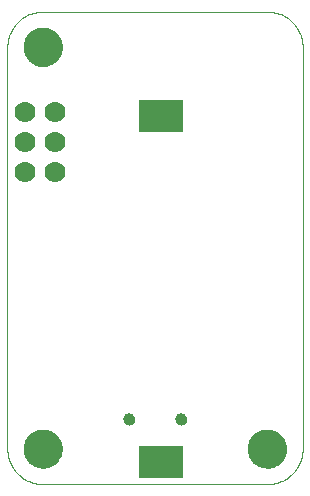
<source format=gbs>
G75*
G70*
%OFA0B0*%
%FSLAX24Y24*%
%IPPOS*%
%LPD*%
%AMOC8*
5,1,8,0,0,1.08239X$1,22.5*
%
%ADD10C,0.0000*%
%ADD11C,0.1300*%
%ADD12C,0.0394*%
%ADD13C,0.0700*%
%ADD14R,0.1457X0.1064*%
D10*
X002428Y001468D02*
X002428Y014853D01*
X002979Y014853D02*
X002981Y014903D01*
X002987Y014953D01*
X002997Y015002D01*
X003011Y015050D01*
X003028Y015097D01*
X003049Y015142D01*
X003074Y015186D01*
X003102Y015227D01*
X003134Y015266D01*
X003168Y015303D01*
X003205Y015337D01*
X003245Y015367D01*
X003287Y015394D01*
X003331Y015418D01*
X003377Y015439D01*
X003424Y015455D01*
X003472Y015468D01*
X003522Y015477D01*
X003571Y015482D01*
X003622Y015483D01*
X003672Y015480D01*
X003721Y015473D01*
X003770Y015462D01*
X003818Y015447D01*
X003864Y015429D01*
X003909Y015407D01*
X003952Y015381D01*
X003993Y015352D01*
X004032Y015320D01*
X004068Y015285D01*
X004100Y015247D01*
X004130Y015207D01*
X004157Y015164D01*
X004180Y015120D01*
X004199Y015074D01*
X004215Y015026D01*
X004227Y014977D01*
X004235Y014928D01*
X004239Y014878D01*
X004239Y014828D01*
X004235Y014778D01*
X004227Y014729D01*
X004215Y014680D01*
X004199Y014632D01*
X004180Y014586D01*
X004157Y014542D01*
X004130Y014499D01*
X004100Y014459D01*
X004068Y014421D01*
X004032Y014386D01*
X003993Y014354D01*
X003952Y014325D01*
X003909Y014299D01*
X003864Y014277D01*
X003818Y014259D01*
X003770Y014244D01*
X003721Y014233D01*
X003672Y014226D01*
X003622Y014223D01*
X003571Y014224D01*
X003522Y014229D01*
X003472Y014238D01*
X003424Y014251D01*
X003377Y014267D01*
X003331Y014288D01*
X003287Y014312D01*
X003245Y014339D01*
X003205Y014369D01*
X003168Y014403D01*
X003134Y014440D01*
X003102Y014479D01*
X003074Y014520D01*
X003049Y014564D01*
X003028Y014609D01*
X003011Y014656D01*
X002997Y014704D01*
X002987Y014753D01*
X002981Y014803D01*
X002979Y014853D01*
X002428Y014853D02*
X002430Y014919D01*
X002435Y014985D01*
X002445Y015051D01*
X002458Y015116D01*
X002474Y015180D01*
X002494Y015243D01*
X002518Y015305D01*
X002545Y015365D01*
X002575Y015424D01*
X002609Y015481D01*
X002646Y015536D01*
X002686Y015589D01*
X002728Y015640D01*
X002774Y015688D01*
X002822Y015734D01*
X002873Y015776D01*
X002926Y015816D01*
X002981Y015853D01*
X003038Y015887D01*
X003097Y015917D01*
X003157Y015944D01*
X003219Y015968D01*
X003282Y015988D01*
X003346Y016004D01*
X003411Y016017D01*
X003477Y016027D01*
X003543Y016032D01*
X003609Y016034D01*
X011089Y016034D01*
X011155Y016032D01*
X011221Y016027D01*
X011287Y016017D01*
X011352Y016004D01*
X011416Y015988D01*
X011479Y015968D01*
X011541Y015944D01*
X011601Y015917D01*
X011660Y015887D01*
X011717Y015853D01*
X011772Y015816D01*
X011825Y015776D01*
X011876Y015734D01*
X011924Y015688D01*
X011970Y015640D01*
X012012Y015589D01*
X012052Y015536D01*
X012089Y015481D01*
X012123Y015424D01*
X012153Y015365D01*
X012180Y015305D01*
X012204Y015243D01*
X012224Y015180D01*
X012240Y015116D01*
X012253Y015051D01*
X012263Y014985D01*
X012268Y014919D01*
X012270Y014853D01*
X012271Y014853D02*
X012271Y001468D01*
X010459Y001468D02*
X010461Y001518D01*
X010467Y001568D01*
X010477Y001617D01*
X010491Y001665D01*
X010508Y001712D01*
X010529Y001757D01*
X010554Y001801D01*
X010582Y001842D01*
X010614Y001881D01*
X010648Y001918D01*
X010685Y001952D01*
X010725Y001982D01*
X010767Y002009D01*
X010811Y002033D01*
X010857Y002054D01*
X010904Y002070D01*
X010952Y002083D01*
X011002Y002092D01*
X011051Y002097D01*
X011102Y002098D01*
X011152Y002095D01*
X011201Y002088D01*
X011250Y002077D01*
X011298Y002062D01*
X011344Y002044D01*
X011389Y002022D01*
X011432Y001996D01*
X011473Y001967D01*
X011512Y001935D01*
X011548Y001900D01*
X011580Y001862D01*
X011610Y001822D01*
X011637Y001779D01*
X011660Y001735D01*
X011679Y001689D01*
X011695Y001641D01*
X011707Y001592D01*
X011715Y001543D01*
X011719Y001493D01*
X011719Y001443D01*
X011715Y001393D01*
X011707Y001344D01*
X011695Y001295D01*
X011679Y001247D01*
X011660Y001201D01*
X011637Y001157D01*
X011610Y001114D01*
X011580Y001074D01*
X011548Y001036D01*
X011512Y001001D01*
X011473Y000969D01*
X011432Y000940D01*
X011389Y000914D01*
X011344Y000892D01*
X011298Y000874D01*
X011250Y000859D01*
X011201Y000848D01*
X011152Y000841D01*
X011102Y000838D01*
X011051Y000839D01*
X011002Y000844D01*
X010952Y000853D01*
X010904Y000866D01*
X010857Y000882D01*
X010811Y000903D01*
X010767Y000927D01*
X010725Y000954D01*
X010685Y000984D01*
X010648Y001018D01*
X010614Y001055D01*
X010582Y001094D01*
X010554Y001135D01*
X010529Y001179D01*
X010508Y001224D01*
X010491Y001271D01*
X010477Y001319D01*
X010467Y001368D01*
X010461Y001418D01*
X010459Y001468D01*
X011089Y000287D02*
X011155Y000289D01*
X011221Y000294D01*
X011287Y000304D01*
X011352Y000317D01*
X011416Y000333D01*
X011479Y000353D01*
X011541Y000377D01*
X011601Y000404D01*
X011660Y000434D01*
X011717Y000468D01*
X011772Y000505D01*
X011825Y000545D01*
X011876Y000587D01*
X011924Y000633D01*
X011970Y000681D01*
X012012Y000732D01*
X012052Y000785D01*
X012089Y000840D01*
X012123Y000897D01*
X012153Y000956D01*
X012180Y001016D01*
X012204Y001078D01*
X012224Y001141D01*
X012240Y001205D01*
X012253Y001270D01*
X012263Y001336D01*
X012268Y001402D01*
X012270Y001468D01*
X011089Y000286D02*
X003609Y000286D01*
X002979Y001468D02*
X002981Y001518D01*
X002987Y001568D01*
X002997Y001617D01*
X003011Y001665D01*
X003028Y001712D01*
X003049Y001757D01*
X003074Y001801D01*
X003102Y001842D01*
X003134Y001881D01*
X003168Y001918D01*
X003205Y001952D01*
X003245Y001982D01*
X003287Y002009D01*
X003331Y002033D01*
X003377Y002054D01*
X003424Y002070D01*
X003472Y002083D01*
X003522Y002092D01*
X003571Y002097D01*
X003622Y002098D01*
X003672Y002095D01*
X003721Y002088D01*
X003770Y002077D01*
X003818Y002062D01*
X003864Y002044D01*
X003909Y002022D01*
X003952Y001996D01*
X003993Y001967D01*
X004032Y001935D01*
X004068Y001900D01*
X004100Y001862D01*
X004130Y001822D01*
X004157Y001779D01*
X004180Y001735D01*
X004199Y001689D01*
X004215Y001641D01*
X004227Y001592D01*
X004235Y001543D01*
X004239Y001493D01*
X004239Y001443D01*
X004235Y001393D01*
X004227Y001344D01*
X004215Y001295D01*
X004199Y001247D01*
X004180Y001201D01*
X004157Y001157D01*
X004130Y001114D01*
X004100Y001074D01*
X004068Y001036D01*
X004032Y001001D01*
X003993Y000969D01*
X003952Y000940D01*
X003909Y000914D01*
X003864Y000892D01*
X003818Y000874D01*
X003770Y000859D01*
X003721Y000848D01*
X003672Y000841D01*
X003622Y000838D01*
X003571Y000839D01*
X003522Y000844D01*
X003472Y000853D01*
X003424Y000866D01*
X003377Y000882D01*
X003331Y000903D01*
X003287Y000927D01*
X003245Y000954D01*
X003205Y000984D01*
X003168Y001018D01*
X003134Y001055D01*
X003102Y001094D01*
X003074Y001135D01*
X003049Y001179D01*
X003028Y001224D01*
X003011Y001271D01*
X002997Y001319D01*
X002987Y001368D01*
X002981Y001418D01*
X002979Y001468D01*
X002428Y001468D02*
X002430Y001402D01*
X002435Y001336D01*
X002445Y001270D01*
X002458Y001205D01*
X002474Y001141D01*
X002494Y001078D01*
X002518Y001016D01*
X002545Y000956D01*
X002575Y000897D01*
X002609Y000840D01*
X002646Y000785D01*
X002686Y000732D01*
X002728Y000681D01*
X002774Y000633D01*
X002822Y000587D01*
X002873Y000545D01*
X002926Y000505D01*
X002981Y000468D01*
X003038Y000434D01*
X003097Y000404D01*
X003157Y000377D01*
X003219Y000353D01*
X003282Y000333D01*
X003346Y000317D01*
X003411Y000304D01*
X003477Y000294D01*
X003543Y000289D01*
X003609Y000287D01*
X006306Y002452D02*
X006308Y002478D01*
X006314Y002504D01*
X006324Y002529D01*
X006337Y002552D01*
X006353Y002572D01*
X006373Y002590D01*
X006395Y002605D01*
X006418Y002617D01*
X006444Y002625D01*
X006470Y002629D01*
X006496Y002629D01*
X006522Y002625D01*
X006548Y002617D01*
X006572Y002605D01*
X006593Y002590D01*
X006613Y002572D01*
X006629Y002552D01*
X006642Y002529D01*
X006652Y002504D01*
X006658Y002478D01*
X006660Y002452D01*
X006658Y002426D01*
X006652Y002400D01*
X006642Y002375D01*
X006629Y002352D01*
X006613Y002332D01*
X006593Y002314D01*
X006571Y002299D01*
X006548Y002287D01*
X006522Y002279D01*
X006496Y002275D01*
X006470Y002275D01*
X006444Y002279D01*
X006418Y002287D01*
X006394Y002299D01*
X006373Y002314D01*
X006353Y002332D01*
X006337Y002352D01*
X006324Y002375D01*
X006314Y002400D01*
X006308Y002426D01*
X006306Y002452D01*
X008038Y002452D02*
X008040Y002478D01*
X008046Y002504D01*
X008056Y002529D01*
X008069Y002552D01*
X008085Y002572D01*
X008105Y002590D01*
X008127Y002605D01*
X008150Y002617D01*
X008176Y002625D01*
X008202Y002629D01*
X008228Y002629D01*
X008254Y002625D01*
X008280Y002617D01*
X008304Y002605D01*
X008325Y002590D01*
X008345Y002572D01*
X008361Y002552D01*
X008374Y002529D01*
X008384Y002504D01*
X008390Y002478D01*
X008392Y002452D01*
X008390Y002426D01*
X008384Y002400D01*
X008374Y002375D01*
X008361Y002352D01*
X008345Y002332D01*
X008325Y002314D01*
X008303Y002299D01*
X008280Y002287D01*
X008254Y002279D01*
X008228Y002275D01*
X008202Y002275D01*
X008176Y002279D01*
X008150Y002287D01*
X008126Y002299D01*
X008105Y002314D01*
X008085Y002332D01*
X008069Y002352D01*
X008056Y002375D01*
X008046Y002400D01*
X008040Y002426D01*
X008038Y002452D01*
D11*
X011089Y001468D03*
X003609Y001468D03*
X003609Y014853D03*
D12*
X006483Y002452D03*
X008215Y002452D03*
D13*
X004003Y010704D03*
X004003Y011704D03*
X004003Y012704D03*
X003019Y012704D03*
X003019Y011704D03*
X003019Y010704D03*
D14*
X007546Y012550D03*
X007546Y001015D03*
M02*

</source>
